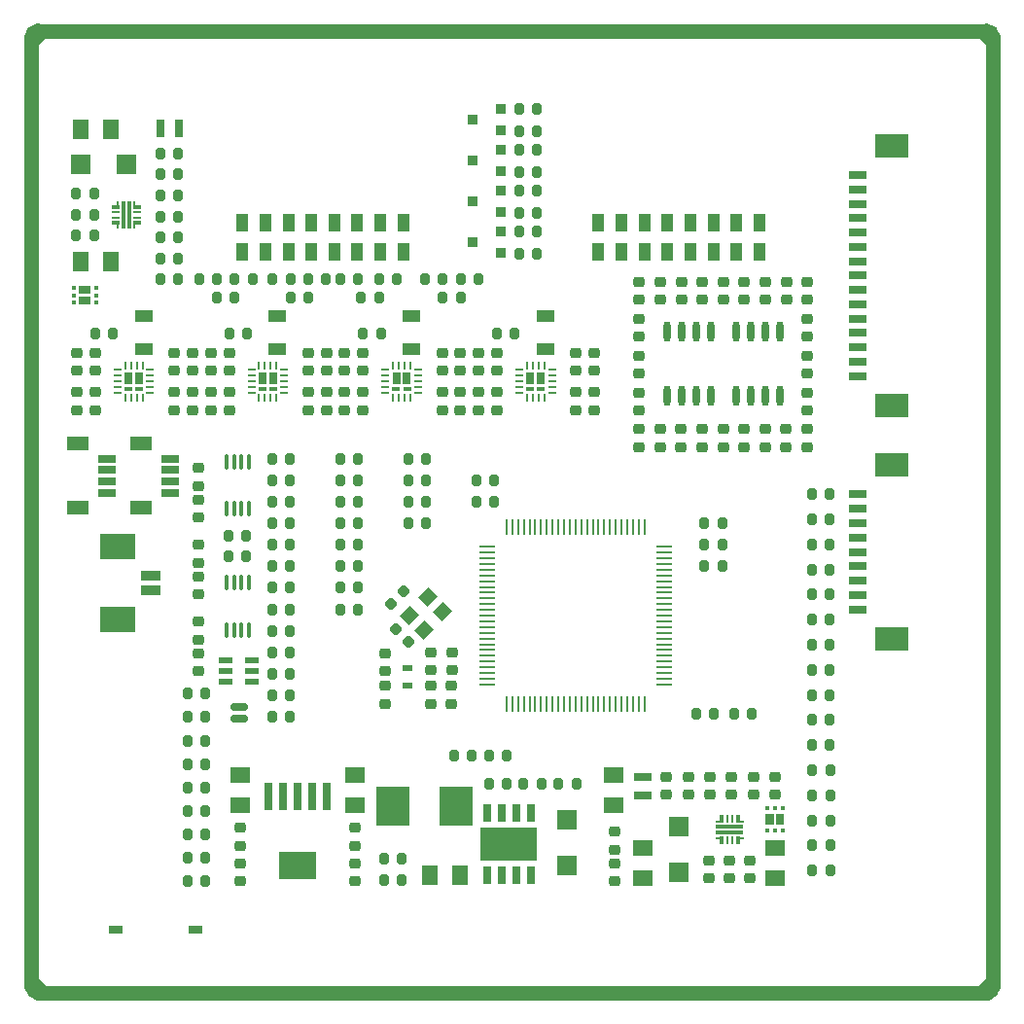
<source format=gtp>
G04*
G04 #@! TF.GenerationSoftware,Altium Limited,Altium Designer,24.1.2 (44)*
G04*
G04 Layer_Color=8421504*
%FSLAX44Y44*%
%MOMM*%
G71*
G04*
G04 #@! TF.SameCoordinates,89FD491B-927F-4867-851F-A5E68215B016*
G04*
G04*
G04 #@! TF.FilePolarity,Positive*
G04*
G01*
G75*
%ADD23C,1.2300*%
G04:AMPARAMS|DCode=24|XSize=1.4697mm|YSize=0.6mm|CornerRadius=0.15mm|HoleSize=0mm|Usage=FLASHONLY|Rotation=180.000|XOffset=0mm|YOffset=0mm|HoleType=Round|Shape=RoundedRectangle|*
%AMROUNDEDRECTD24*
21,1,1.4697,0.3000,0,0,180.0*
21,1,1.1697,0.6000,0,0,180.0*
1,1,0.3000,-0.5849,0.1500*
1,1,0.3000,0.5849,0.1500*
1,1,0.3000,0.5849,-0.1500*
1,1,0.3000,-0.5849,-0.1500*
%
%ADD24ROUNDEDRECTD24*%
G04:AMPARAMS|DCode=25|XSize=1.55mm|YSize=0.6mm|CornerRadius=0.03mm|HoleSize=0mm|Usage=FLASHONLY|Rotation=270.000|XOffset=0mm|YOffset=0mm|HoleType=Round|Shape=RoundedRectangle|*
%AMROUNDEDRECTD25*
21,1,1.5500,0.5400,0,0,270.0*
21,1,1.4900,0.6000,0,0,270.0*
1,1,0.0600,-0.2700,-0.7450*
1,1,0.0600,-0.2700,0.7450*
1,1,0.0600,0.2700,0.7450*
1,1,0.0600,0.2700,-0.7450*
%
%ADD25ROUNDEDRECTD25*%
%ADD26R,4.9000X2.9500*%
%ADD27R,3.0000X2.1000*%
%ADD28R,1.6000X0.8000*%
%ADD29R,0.9500X0.9000*%
G04:AMPARAMS|DCode=30|XSize=1.1mm|YSize=1.3mm|CornerRadius=0mm|HoleSize=0mm|Usage=FLASHONLY|Rotation=135.000|XOffset=0mm|YOffset=0mm|HoleType=Round|Shape=Rectangle|*
%AMROTATEDRECTD30*
4,1,4,0.8485,0.0707,-0.0707,-0.8485,-0.8485,-0.0707,0.0707,0.8485,0.8485,0.0707,0.0*
%
%ADD30ROTATEDRECTD30*%

%ADD31R,1.5000X1.0000*%
%ADD32R,1.8000X1.4000*%
%ADD33R,1.4000X1.8000*%
G04:AMPARAMS|DCode=34|XSize=0.95mm|YSize=0.85mm|CornerRadius=0.2125mm|HoleSize=0mm|Usage=FLASHONLY|Rotation=180.000|XOffset=0mm|YOffset=0mm|HoleType=Round|Shape=RoundedRectangle|*
%AMROUNDEDRECTD34*
21,1,0.9500,0.4250,0,0,180.0*
21,1,0.5250,0.8500,0,0,180.0*
1,1,0.4250,-0.2625,0.2125*
1,1,0.4250,0.2625,0.2125*
1,1,0.4250,0.2625,-0.2125*
1,1,0.4250,-0.2625,-0.2125*
%
%ADD34ROUNDEDRECTD34*%
G04:AMPARAMS|DCode=35|XSize=0.95mm|YSize=0.85mm|CornerRadius=0.2125mm|HoleSize=0mm|Usage=FLASHONLY|Rotation=90.000|XOffset=0mm|YOffset=0mm|HoleType=Round|Shape=RoundedRectangle|*
%AMROUNDEDRECTD35*
21,1,0.9500,0.4250,0,0,90.0*
21,1,0.5250,0.8500,0,0,90.0*
1,1,0.4250,0.2125,0.2625*
1,1,0.4250,0.2125,-0.2625*
1,1,0.4250,-0.2125,-0.2625*
1,1,0.4250,-0.2125,0.2625*
%
%ADD35ROUNDEDRECTD35*%
G04:AMPARAMS|DCode=36|XSize=0.95mm|YSize=0.85mm|CornerRadius=0.2125mm|HoleSize=0mm|Usage=FLASHONLY|Rotation=315.000|XOffset=0mm|YOffset=0mm|HoleType=Round|Shape=RoundedRectangle|*
%AMROUNDEDRECTD36*
21,1,0.9500,0.4250,0,0,315.0*
21,1,0.5250,0.8500,0,0,315.0*
1,1,0.4250,0.0354,-0.3359*
1,1,0.4250,-0.3359,0.0354*
1,1,0.4250,-0.0354,0.3359*
1,1,0.4250,0.3359,-0.0354*
%
%ADD36ROUNDEDRECTD36*%
G04:AMPARAMS|DCode=37|XSize=0.95mm|YSize=0.85mm|CornerRadius=0.2125mm|HoleSize=0mm|Usage=FLASHONLY|Rotation=45.000|XOffset=0mm|YOffset=0mm|HoleType=Round|Shape=RoundedRectangle|*
%AMROUNDEDRECTD37*
21,1,0.9500,0.4250,0,0,45.0*
21,1,0.5250,0.8500,0,0,45.0*
1,1,0.4250,0.3359,0.0354*
1,1,0.4250,-0.0354,-0.3359*
1,1,0.4250,-0.3359,-0.0354*
1,1,0.4250,0.0354,0.3359*
%
%ADD37ROUNDEDRECTD37*%
%ADD38R,1.9050X1.2954*%
%ADD39R,1.5494X0.6604*%
%ADD40R,1.8000X1.8000*%
%ADD41R,1.8000X1.8000*%
%ADD42R,1.2000X0.6000*%
%ADD43R,1.0000X1.5000*%
%ADD44R,1.4732X0.2794*%
%ADD45R,0.2794X1.4732*%
%ADD46R,0.2500X0.6500*%
%ADD47R,0.3000X0.6500*%
%ADD48R,0.6500X0.2500*%
%ADD49R,2.4000X0.3000*%
%ADD50R,0.6500X0.3000*%
%ADD51R,0.3000X2.4000*%
%ADD52R,0.9000X0.6000*%
%ADD53R,1.7018X0.8128*%
%ADD54R,3.0988X2.2098*%
%ADD55R,0.3000X0.4500*%
%ADD56R,0.4500X0.3000*%
%ADD57R,2.9500X3.5000*%
%ADD58R,1.5000X0.7000*%
%ADD59R,1.5000X0.8000*%
%ADD60R,0.7000X1.5000*%
%ADD61R,0.8000X1.5000*%
%ADD62O,0.3500X1.4000*%
%ADD63R,0.6500X0.3000*%
%ADD64R,0.7000X1.0000*%
%ADD65R,0.6500X0.2286*%
%ADD66O,0.6000X1.8000*%
%ADD67R,1.2000X0.8000*%
G04:AMPARAMS|DCode=68|XSize=0.7mm|YSize=2.4mm|CornerRadius=0.049mm|HoleSize=0mm|Usage=FLASHONLY|Rotation=0.000|XOffset=0mm|YOffset=0mm|HoleType=Round|Shape=RoundedRectangle|*
%AMROUNDEDRECTD68*
21,1,0.7000,2.3020,0,0,0.0*
21,1,0.6020,2.4000,0,0,0.0*
1,1,0.0980,0.3010,-1.1510*
1,1,0.0980,-0.3010,-1.1510*
1,1,0.0980,-0.3010,1.1510*
1,1,0.0980,0.3010,1.1510*
%
%ADD68ROUNDEDRECTD68*%
G04:AMPARAMS|DCode=69|XSize=3.2mm|YSize=2.4mm|CornerRadius=0.048mm|HoleSize=0mm|Usage=FLASHONLY|Rotation=0.000|XOffset=0mm|YOffset=0mm|HoleType=Round|Shape=RoundedRectangle|*
%AMROUNDEDRECTD69*
21,1,3.2000,2.3040,0,0,0.0*
21,1,3.1040,2.4000,0,0,0.0*
1,1,0.0960,1.5520,-1.1520*
1,1,0.0960,-1.5520,-1.1520*
1,1,0.0960,-1.5520,1.1520*
1,1,0.0960,1.5520,1.1520*
%
%ADD69ROUNDEDRECTD69*%
G36*
X837997Y837997D02*
X837984Y830638D01*
X837837D01*
X830440Y838035D01*
X837959D01*
X837997Y837997D01*
D02*
G37*
G36*
X19362Y837984D02*
Y837837D01*
X11965Y830440D01*
Y837959D01*
X12003Y837997D01*
X19362Y837984D01*
D02*
G37*
G36*
X57484Y621488D02*
X57576Y621460D01*
X57661Y621415D01*
X57735Y621354D01*
X57796Y621279D01*
X57841Y621195D01*
X57869Y621103D01*
X57878Y621007D01*
Y614987D01*
X57869Y614892D01*
X57841Y614800D01*
X57796Y614715D01*
X57735Y614641D01*
X57661Y614580D01*
X57576Y614534D01*
X57484Y614507D01*
X57388Y614497D01*
X48368D01*
X48273Y614507D01*
X48181Y614534D01*
X48096Y614580D01*
X48022Y614641D01*
X47961Y614715D01*
X47916Y614800D01*
X47888Y614892D01*
X47878Y614987D01*
Y621007D01*
X47888Y621103D01*
X47916Y621195D01*
X47961Y621279D01*
X48022Y621354D01*
X48096Y621415D01*
X48181Y621460D01*
X48273Y621488D01*
X48368Y621497D01*
X57388D01*
X57484Y621488D01*
D02*
G37*
G36*
Y612488D02*
X57576Y612460D01*
X57661Y612415D01*
X57735Y612354D01*
X57796Y612279D01*
X57841Y612195D01*
X57869Y612103D01*
X57878Y612007D01*
Y605987D01*
X57869Y605892D01*
X57841Y605800D01*
X57796Y605715D01*
X57735Y605641D01*
X57661Y605580D01*
X57576Y605535D01*
X57484Y605507D01*
X57388Y605497D01*
X48368D01*
X48273Y605507D01*
X48181Y605535D01*
X48096Y605580D01*
X48022Y605641D01*
X47961Y605715D01*
X47916Y605800D01*
X47888Y605892D01*
X47878Y605987D01*
Y612007D01*
X47888Y612103D01*
X47916Y612195D01*
X47961Y612279D01*
X48022Y612354D01*
X48096Y612415D01*
X48181Y612460D01*
X48273Y612488D01*
X48368Y612497D01*
X57388D01*
X57484Y612488D01*
D02*
G37*
G36*
X661242Y162227D02*
X661333Y162199D01*
X661418Y162154D01*
X661492Y162093D01*
X661553Y162019D01*
X661599Y161934D01*
X661627Y161842D01*
X661636Y161747D01*
Y152727D01*
X661627Y152631D01*
X661599Y152539D01*
X661553Y152455D01*
X661492Y152380D01*
X661418Y152319D01*
X661333Y152274D01*
X661242Y152246D01*
X661146Y152237D01*
X655126D01*
X655030Y152246D01*
X654938Y152274D01*
X654854Y152319D01*
X654779Y152380D01*
X654718Y152455D01*
X654673Y152539D01*
X654645Y152631D01*
X654636Y152727D01*
Y161747D01*
X654645Y161842D01*
X654673Y161934D01*
X654718Y162019D01*
X654779Y162093D01*
X654854Y162154D01*
X654938Y162199D01*
X655030Y162227D01*
X655126Y162237D01*
X661146D01*
X661242Y162227D01*
D02*
G37*
G36*
X652242D02*
X652333Y162199D01*
X652418Y162154D01*
X652492Y162093D01*
X652553Y162019D01*
X652599Y161934D01*
X652626Y161842D01*
X652636Y161747D01*
Y152727D01*
X652626Y152631D01*
X652599Y152539D01*
X652553Y152455D01*
X652492Y152380D01*
X652418Y152319D01*
X652333Y152274D01*
X652242Y152246D01*
X652146Y152237D01*
X646126D01*
X646030Y152246D01*
X645938Y152274D01*
X645854Y152319D01*
X645779Y152380D01*
X645719Y152455D01*
X645673Y152539D01*
X645645Y152631D01*
X645636Y152727D01*
Y161747D01*
X645645Y161842D01*
X645673Y161934D01*
X645719Y162019D01*
X645779Y162093D01*
X645854Y162154D01*
X645938Y162199D01*
X646030Y162227D01*
X646126Y162237D01*
X652146D01*
X652242Y162227D01*
D02*
G37*
G36*
X437625Y122578D02*
X406625D01*
Y148578D01*
X437625D01*
Y122578D01*
D02*
G37*
G36*
X838035Y12041D02*
X837997Y12003D01*
X830638Y12016D01*
Y12163D01*
X838035Y19560D01*
Y12041D01*
D02*
G37*
G36*
X19560Y11965D02*
X12041D01*
X12003Y12003D01*
X12016Y19362D01*
X12163D01*
X19560Y11965D01*
D02*
G37*
D23*
X843653Y837997D02*
G03*
X838020Y843646I-5650J0D01*
G01*
X838003Y6347D02*
G03*
X843653Y11984I0J5650D01*
G01*
X6353Y11997D02*
G03*
X11991Y6347I5650J0D01*
G01*
X12003Y843647D02*
G03*
X6353Y838009I0J-5650D01*
G01*
X843653Y706779D02*
Y837971D01*
X843653Y696779D02*
X843653Y706779D01*
X843653Y426780D02*
Y696779D01*
X843653Y416780D02*
X843653Y426780D01*
X843653Y156780D02*
Y416780D01*
X843653Y146780D02*
X843653Y156780D01*
X843653Y11997D02*
Y146780D01*
X700857Y6347D02*
X833882D01*
X690857Y6347D02*
X700857Y6347D01*
X430857Y6347D02*
X690857D01*
X706321Y843646D02*
X838003D01*
X696321Y843646D02*
X706321Y843646D01*
X426322Y843646D02*
X696321D01*
X416322Y843647D02*
X426322Y843646D01*
X156323Y843647D02*
X416322D01*
X146323Y843647D02*
X156323Y843647D01*
X12021Y843647D02*
X146323D01*
X420857Y6347D02*
X430857Y6347D01*
X140858Y6347D02*
X150858Y6347D01*
X420857D01*
X12003Y6347D02*
X140858D01*
X6353Y705502D02*
Y837997D01*
X6353Y695502D02*
X6353Y705502D01*
X6353Y425503D02*
Y695502D01*
X6353Y415503D02*
X6353Y425503D01*
X6353Y155503D02*
Y415503D01*
X6353Y145503D02*
X6353Y155503D01*
X6353Y12022D02*
Y145503D01*
X833882Y6347D02*
X837978D01*
D24*
X187002Y244922D02*
D03*
X186999Y255082D02*
D03*
D25*
X441175Y162578D02*
D03*
X428475D02*
D03*
X415775D02*
D03*
X403075D02*
D03*
Y108578D02*
D03*
X415775D02*
D03*
X428475D02*
D03*
X441175D02*
D03*
D26*
X422125Y135578D02*
D03*
D27*
X755000Y517600D02*
D03*
Y743600D02*
D03*
Y465500D02*
D03*
Y314500D02*
D03*
D28*
X726000Y718100D02*
D03*
Y705600D02*
D03*
Y693100D02*
D03*
Y680600D02*
D03*
Y668100D02*
D03*
Y655600D02*
D03*
Y643100D02*
D03*
Y630600D02*
D03*
Y618100D02*
D03*
Y605600D02*
D03*
Y593100D02*
D03*
Y580600D02*
D03*
Y568100D02*
D03*
Y555600D02*
D03*
Y543100D02*
D03*
Y340000D02*
D03*
Y352500D02*
D03*
Y365000D02*
D03*
Y377500D02*
D03*
Y390000D02*
D03*
Y402500D02*
D03*
Y415000D02*
D03*
Y427500D02*
D03*
Y440000D02*
D03*
D29*
X415084Y756818D02*
D03*
X390084Y766318D02*
D03*
X415084Y775818D02*
D03*
Y721258D02*
D03*
X390084Y730758D02*
D03*
X415084Y740258D02*
D03*
Y685698D02*
D03*
X390084Y695198D02*
D03*
X415084Y704698D02*
D03*
Y650138D02*
D03*
X390084Y659638D02*
D03*
X415084Y669138D02*
D03*
D30*
X335031Y334344D02*
D03*
X351294Y350608D02*
D03*
X364022Y337880D02*
D03*
X347758Y321616D02*
D03*
D31*
X104000Y566527D02*
D03*
Y594990D02*
D03*
X220568Y566527D02*
D03*
Y594990D02*
D03*
X337137Y566527D02*
D03*
Y594990D02*
D03*
X453705Y566527D02*
D03*
Y594990D02*
D03*
D32*
X653636Y106258D02*
D03*
Y132258D02*
D03*
X538808Y106258D02*
D03*
Y132258D02*
D03*
X513198Y195360D02*
D03*
Y169360D02*
D03*
X287616Y195595D02*
D03*
Y169596D02*
D03*
X187794Y195595D02*
D03*
Y169596D02*
D03*
D33*
X379060Y108576D02*
D03*
X353060D02*
D03*
X49144Y642448D02*
D03*
X75144D02*
D03*
X49461Y757548D02*
D03*
X75461D02*
D03*
D34*
X634762Y194091D02*
D03*
Y178591D02*
D03*
X653636Y178591D02*
D03*
Y194091D02*
D03*
X578141Y178591D02*
D03*
Y194091D02*
D03*
X559267Y194091D02*
D03*
Y178591D02*
D03*
X615888Y194091D02*
D03*
Y178591D02*
D03*
X613953Y105953D02*
D03*
Y121453D02*
D03*
X535419Y481200D02*
D03*
Y496700D02*
D03*
X553740Y624970D02*
D03*
Y609470D02*
D03*
X571998Y496700D02*
D03*
Y481200D02*
D03*
X608702Y609470D02*
D03*
Y624970D02*
D03*
X590381Y609470D02*
D03*
Y624970D02*
D03*
X553708Y496700D02*
D03*
Y481200D02*
D03*
X663445Y481200D02*
D03*
Y496700D02*
D03*
X681984Y624970D02*
D03*
Y609470D02*
D03*
X626866Y496700D02*
D03*
Y481200D02*
D03*
X645343Y609470D02*
D03*
Y624970D02*
D03*
X627022Y609470D02*
D03*
Y624970D02*
D03*
X645155Y496700D02*
D03*
Y481200D02*
D03*
X597015Y178591D02*
D03*
Y194091D02*
D03*
X596169Y121453D02*
D03*
Y105953D02*
D03*
X631487Y121453D02*
D03*
Y105953D02*
D03*
X514452Y146403D02*
D03*
Y130903D02*
D03*
Y118492D02*
D03*
Y102992D02*
D03*
X287614Y149606D02*
D03*
Y134106D02*
D03*
X187792Y149606D02*
D03*
Y134106D02*
D03*
X287614Y118492D02*
D03*
Y102992D02*
D03*
X187792Y118492D02*
D03*
Y102992D02*
D03*
X45778Y547585D02*
D03*
Y563085D02*
D03*
X146691Y547585D02*
D03*
Y563085D02*
D03*
X61780Y547585D02*
D03*
Y563085D02*
D03*
X130863Y547585D02*
D03*
Y563085D02*
D03*
X162520Y547585D02*
D03*
Y563085D02*
D03*
X263260Y547585D02*
D03*
Y563085D02*
D03*
X178349Y547585D02*
D03*
Y563085D02*
D03*
X247431Y547585D02*
D03*
Y563085D02*
D03*
X61780Y528903D02*
D03*
Y513402D02*
D03*
X178349Y528903D02*
D03*
Y513402D02*
D03*
X45778D02*
D03*
Y528903D02*
D03*
X162520Y513402D02*
D03*
Y528903D02*
D03*
X146691D02*
D03*
Y513402D02*
D03*
X263260Y528903D02*
D03*
Y513402D02*
D03*
X130863Y528903D02*
D03*
Y513402D02*
D03*
X247431Y528903D02*
D03*
Y513402D02*
D03*
X279088Y547585D02*
D03*
Y563085D02*
D03*
X379828Y547585D02*
D03*
Y563085D02*
D03*
X294917Y547585D02*
D03*
Y563085D02*
D03*
X363999Y547585D02*
D03*
Y563085D02*
D03*
X395657Y547585D02*
D03*
Y563085D02*
D03*
X496316Y547585D02*
D03*
Y563085D02*
D03*
X411486Y547585D02*
D03*
Y563085D02*
D03*
X480568Y547585D02*
D03*
Y563085D02*
D03*
X294917Y528903D02*
D03*
Y513402D02*
D03*
X411486Y528903D02*
D03*
Y513402D02*
D03*
X279088D02*
D03*
Y528903D02*
D03*
X395657Y513402D02*
D03*
Y528903D02*
D03*
X496316D02*
D03*
Y513402D02*
D03*
X379828Y528903D02*
D03*
Y513402D02*
D03*
X363999Y528903D02*
D03*
Y513402D02*
D03*
X480568Y528903D02*
D03*
Y513402D02*
D03*
X535544Y577402D02*
D03*
Y592902D02*
D03*
X535544Y560835D02*
D03*
Y545335D02*
D03*
X535544Y609470D02*
D03*
Y624970D02*
D03*
X535544Y528768D02*
D03*
Y513268D02*
D03*
X590412Y496700D02*
D03*
Y481200D02*
D03*
X572185Y609470D02*
D03*
Y624970D02*
D03*
X681860Y545335D02*
D03*
Y560835D02*
D03*
X681860Y528768D02*
D03*
Y513268D02*
D03*
X681860Y577402D02*
D03*
Y592902D02*
D03*
X681860Y496700D02*
D03*
Y481200D02*
D03*
X608702Y496700D02*
D03*
Y481200D02*
D03*
X663789Y609470D02*
D03*
Y624970D02*
D03*
X151311Y462930D02*
D03*
Y447430D02*
D03*
Y395993D02*
D03*
Y380493D02*
D03*
Y435461D02*
D03*
Y419961D02*
D03*
Y368524D02*
D03*
Y353024D02*
D03*
X151943Y329055D02*
D03*
Y313555D02*
D03*
Y301586D02*
D03*
Y286087D02*
D03*
X353822Y302250D02*
D03*
Y286750D02*
D03*
X372364Y302250D02*
D03*
Y286750D02*
D03*
X314452Y257674D02*
D03*
Y273174D02*
D03*
X353822D02*
D03*
Y257674D02*
D03*
X372110Y273174D02*
D03*
Y257674D02*
D03*
X314452Y286122D02*
D03*
Y301622D02*
D03*
D35*
X701750Y134342D02*
D03*
X686250D02*
D03*
X434830Y188458D02*
D03*
X450330D02*
D03*
X404485D02*
D03*
X419985D02*
D03*
X118726Y682041D02*
D03*
X134226D02*
D03*
X118726Y645433D02*
D03*
X134226D02*
D03*
X118726Y718649D02*
D03*
X134226D02*
D03*
X134226Y736953D02*
D03*
X118726D02*
D03*
X134226Y627130D02*
D03*
X118726D02*
D03*
X134226Y663737D02*
D03*
X118726D02*
D03*
X45204Y683373D02*
D03*
X60704D02*
D03*
X275280Y414875D02*
D03*
X290780D02*
D03*
X275280Y433755D02*
D03*
X290780D02*
D03*
X275280Y396265D02*
D03*
X290780D02*
D03*
X275280Y377520D02*
D03*
X290780D02*
D03*
X275280Y452500D02*
D03*
X290780D02*
D03*
X275280Y358775D02*
D03*
X290780D02*
D03*
X275280Y340030D02*
D03*
X290780D02*
D03*
X393750Y452500D02*
D03*
X409250D02*
D03*
X430924Y756564D02*
D03*
X446424D02*
D03*
X430924Y721004D02*
D03*
X446424D02*
D03*
X430924Y685444D02*
D03*
X446424D02*
D03*
X430924Y649884D02*
D03*
X446424D02*
D03*
X430924Y775564D02*
D03*
X446424D02*
D03*
X430924Y740004D02*
D03*
X446424D02*
D03*
X430924Y704444D02*
D03*
X446424D02*
D03*
X430924Y668884D02*
D03*
X446424D02*
D03*
X193170Y403860D02*
D03*
X177670D02*
D03*
X193170Y386493D02*
D03*
X177670D02*
D03*
X216131Y433671D02*
D03*
X231631D02*
D03*
X216131Y414926D02*
D03*
X231631D02*
D03*
X216131Y377436D02*
D03*
X231631D02*
D03*
X216131Y396181D02*
D03*
X231631D02*
D03*
X216131Y452417D02*
D03*
X231631D02*
D03*
X216131Y321201D02*
D03*
X231631D02*
D03*
X231631Y471162D02*
D03*
X216131D02*
D03*
X216131Y302456D02*
D03*
X231631D02*
D03*
X216131Y358691D02*
D03*
X231631D02*
D03*
X231631Y339946D02*
D03*
X216131D02*
D03*
X231631Y283711D02*
D03*
X216131D02*
D03*
X231631Y264966D02*
D03*
X216131D02*
D03*
X231631Y246221D02*
D03*
X216131D02*
D03*
X157610D02*
D03*
X142110D02*
D03*
X157610Y266700D02*
D03*
X142110D02*
D03*
X157610Y123346D02*
D03*
X142110D02*
D03*
X142110Y164304D02*
D03*
X157610D02*
D03*
X142110Y143825D02*
D03*
X157610D02*
D03*
X142110Y225742D02*
D03*
X157610D02*
D03*
X142110Y205263D02*
D03*
X157610D02*
D03*
X142110Y184783D02*
D03*
X157610D02*
D03*
X349928Y415010D02*
D03*
X334428D02*
D03*
X349928Y433755D02*
D03*
X334428D02*
D03*
X349928Y452500D02*
D03*
X334428D02*
D03*
X349928Y471245D02*
D03*
X334428D02*
D03*
X686250Y156185D02*
D03*
X701750D02*
D03*
X701345Y221712D02*
D03*
X685845D02*
D03*
X686250Y178027D02*
D03*
X701750D02*
D03*
X701750Y112500D02*
D03*
X686250D02*
D03*
X686250Y199870D02*
D03*
X701750D02*
D03*
X701345Y287240D02*
D03*
X685845D02*
D03*
X685845Y243555D02*
D03*
X701345D02*
D03*
X685845Y265397D02*
D03*
X701345D02*
D03*
X685845Y309083D02*
D03*
X701345D02*
D03*
X685845Y330925D02*
D03*
X701345D02*
D03*
X685845Y352767D02*
D03*
X701345D02*
D03*
X685845Y374610D02*
D03*
X701345D02*
D03*
X685845Y396452D02*
D03*
X701345D02*
D03*
X685845Y418295D02*
D03*
X701345D02*
D03*
X118726Y700345D02*
D03*
X134226D02*
D03*
X275280Y471245D02*
D03*
X290780D02*
D03*
X685845Y440137D02*
D03*
X701345D02*
D03*
X465175Y188458D02*
D03*
X480675D02*
D03*
X328965Y122500D02*
D03*
X313465D02*
D03*
X313138Y104117D02*
D03*
X328638D02*
D03*
X60836Y701802D02*
D03*
X45336D02*
D03*
X60704Y665194D02*
D03*
X45204D02*
D03*
X77546Y580255D02*
D03*
X62046D02*
D03*
X167762Y627122D02*
D03*
X152262D02*
D03*
X194115Y580255D02*
D03*
X178615D02*
D03*
X231903Y627122D02*
D03*
X216403D02*
D03*
X231903Y611124D02*
D03*
X247403D02*
D03*
X167762D02*
D03*
X183262D02*
D03*
Y627122D02*
D03*
X198762D02*
D03*
X247403D02*
D03*
X262903D02*
D03*
X310683Y580255D02*
D03*
X295183D02*
D03*
X275308Y627122D02*
D03*
X290808D02*
D03*
X427252Y580255D02*
D03*
X411752D02*
D03*
X364467Y627122D02*
D03*
X348967D02*
D03*
X293359Y611124D02*
D03*
X308859D02*
D03*
X364467D02*
D03*
X379967D02*
D03*
X308859Y627122D02*
D03*
X324359D02*
D03*
X379967D02*
D03*
X395467D02*
D03*
X592250Y415000D02*
D03*
X607750D02*
D03*
X393576Y433755D02*
D03*
X409076D02*
D03*
X607750Y396322D02*
D03*
X592250D02*
D03*
X584750Y248970D02*
D03*
X600250D02*
D03*
X419985Y212500D02*
D03*
X404485D02*
D03*
X618039Y248970D02*
D03*
X633539D02*
D03*
X389993Y212500D02*
D03*
X374493D02*
D03*
X157610Y102992D02*
D03*
X142110D02*
D03*
X592250Y377645D02*
D03*
X607750D02*
D03*
D36*
X319247Y344932D02*
D03*
X330207Y355892D02*
D03*
D37*
X334296Y311537D02*
D03*
X323336Y322497D02*
D03*
D38*
X101682Y484180D02*
D03*
Y428180D02*
D03*
X46412Y484180D02*
D03*
Y428180D02*
D03*
D39*
X127482Y471180D02*
D03*
Y461180D02*
D03*
Y451180D02*
D03*
Y441180D02*
D03*
X72212Y471180D02*
D03*
Y461180D02*
D03*
Y451180D02*
D03*
Y441180D02*
D03*
D40*
X570255Y150962D02*
D03*
Y110962D02*
D03*
X472159Y117101D02*
D03*
Y157102D02*
D03*
D41*
X89342Y727453D02*
D03*
X49342D02*
D03*
D42*
X175315Y295586D02*
D03*
Y286086D02*
D03*
Y276586D02*
D03*
X198315D02*
D03*
Y286086D02*
D03*
Y295586D02*
D03*
D43*
X190000Y651500D02*
D03*
Y676500D02*
D03*
X210000Y651500D02*
D03*
Y676500D02*
D03*
X230000Y651500D02*
D03*
Y676500D02*
D03*
X250000Y651500D02*
D03*
Y676500D02*
D03*
X270000Y651500D02*
D03*
Y676500D02*
D03*
X290000Y651500D02*
D03*
Y676500D02*
D03*
X310000Y651500D02*
D03*
Y676500D02*
D03*
X330000Y651500D02*
D03*
Y676500D02*
D03*
X500000Y651500D02*
D03*
Y676500D02*
D03*
X520000Y651500D02*
D03*
Y676500D02*
D03*
X540000Y651500D02*
D03*
Y676500D02*
D03*
X560000Y651500D02*
D03*
Y676500D02*
D03*
X580000Y651500D02*
D03*
Y676500D02*
D03*
X600000Y651500D02*
D03*
Y676500D02*
D03*
X620000Y651500D02*
D03*
Y676500D02*
D03*
X640000Y651500D02*
D03*
Y676500D02*
D03*
D44*
X402784Y394500D02*
D03*
Y389500D02*
D03*
Y384500D02*
D03*
Y379500D02*
D03*
Y374500D02*
D03*
Y369500D02*
D03*
Y364500D02*
D03*
Y359500D02*
D03*
Y354500D02*
D03*
Y349500D02*
D03*
Y344500D02*
D03*
Y339500D02*
D03*
Y334500D02*
D03*
Y329500D02*
D03*
Y324500D02*
D03*
Y319500D02*
D03*
Y314500D02*
D03*
Y309500D02*
D03*
Y304500D02*
D03*
Y299500D02*
D03*
Y294500D02*
D03*
Y289500D02*
D03*
Y284500D02*
D03*
Y279500D02*
D03*
Y274500D02*
D03*
X557216D02*
D03*
Y279500D02*
D03*
Y284500D02*
D03*
Y289500D02*
D03*
Y294500D02*
D03*
Y299500D02*
D03*
Y304500D02*
D03*
Y309500D02*
D03*
Y314500D02*
D03*
Y319500D02*
D03*
Y324500D02*
D03*
Y329500D02*
D03*
Y334500D02*
D03*
Y339500D02*
D03*
Y344500D02*
D03*
Y349500D02*
D03*
Y354500D02*
D03*
Y359500D02*
D03*
Y364500D02*
D03*
Y369500D02*
D03*
Y374500D02*
D03*
Y379500D02*
D03*
Y384500D02*
D03*
Y389500D02*
D03*
Y394500D02*
D03*
D45*
X420000Y257284D02*
D03*
X425000D02*
D03*
X430000D02*
D03*
X435000D02*
D03*
X440000D02*
D03*
X445000D02*
D03*
X450000D02*
D03*
X455000D02*
D03*
X460000D02*
D03*
X465000D02*
D03*
X470000D02*
D03*
X475000D02*
D03*
X480000D02*
D03*
X485000D02*
D03*
X490000D02*
D03*
X495000D02*
D03*
X500000D02*
D03*
X505000D02*
D03*
X510000D02*
D03*
X515000D02*
D03*
X520000D02*
D03*
X525000D02*
D03*
X530000D02*
D03*
X535000D02*
D03*
X540000D02*
D03*
Y411716D02*
D03*
X535000D02*
D03*
X530000D02*
D03*
X525000D02*
D03*
X520000D02*
D03*
X515000D02*
D03*
X510000D02*
D03*
X505000D02*
D03*
X500000D02*
D03*
X495000D02*
D03*
X490000D02*
D03*
X485000D02*
D03*
X480000D02*
D03*
X475000D02*
D03*
X470000D02*
D03*
X465000D02*
D03*
X460000D02*
D03*
X455000D02*
D03*
X450000D02*
D03*
X445000D02*
D03*
X440000D02*
D03*
X435000D02*
D03*
X430000D02*
D03*
X425000D02*
D03*
X420000D02*
D03*
D46*
X616447Y157187D02*
D03*
X611955Y157217D02*
D03*
X616447Y138717D02*
D03*
X611955D02*
D03*
X96169Y674510D02*
D03*
X81699D02*
D03*
X81699Y692010D02*
D03*
X96199D02*
D03*
X88001Y552437D02*
D03*
Y524237D02*
D03*
X93001D02*
D03*
X98001D02*
D03*
X103001D02*
D03*
X93001Y552437D02*
D03*
X98001D02*
D03*
X103001D02*
D03*
X204570D02*
D03*
Y524237D02*
D03*
X209570D02*
D03*
X214570D02*
D03*
X219570D02*
D03*
X209570Y552437D02*
D03*
X214570D02*
D03*
X219570D02*
D03*
X321138D02*
D03*
Y524237D02*
D03*
X326138D02*
D03*
X331138D02*
D03*
X336138D02*
D03*
X326138Y552437D02*
D03*
X331138D02*
D03*
X336138D02*
D03*
X437707D02*
D03*
Y524237D02*
D03*
X442707D02*
D03*
X447707D02*
D03*
X452707D02*
D03*
X442707Y552437D02*
D03*
X447707D02*
D03*
X452707D02*
D03*
D47*
X621203Y157188D02*
D03*
X607203Y138717D02*
D03*
Y157217D02*
D03*
X621203Y138717D02*
D03*
D48*
X622953Y155188D02*
D03*
Y140717D02*
D03*
X605453Y140717D02*
D03*
Y155217D02*
D03*
X98169Y681016D02*
D03*
X98199Y685508D02*
D03*
X79699Y681016D02*
D03*
Y685508D02*
D03*
X81251Y528337D02*
D03*
Y533337D02*
D03*
Y543337D02*
D03*
Y548337D02*
D03*
X109752D02*
D03*
Y543337D02*
D03*
Y538337D02*
D03*
Y533337D02*
D03*
Y528337D02*
D03*
X197820D02*
D03*
Y533337D02*
D03*
Y543337D02*
D03*
Y548337D02*
D03*
X226320D02*
D03*
Y543337D02*
D03*
Y538337D02*
D03*
Y533337D02*
D03*
Y528337D02*
D03*
X314389D02*
D03*
Y533337D02*
D03*
Y543337D02*
D03*
Y548337D02*
D03*
X342888D02*
D03*
Y543337D02*
D03*
Y538337D02*
D03*
Y533337D02*
D03*
Y528337D02*
D03*
X430957D02*
D03*
Y533337D02*
D03*
Y543337D02*
D03*
Y548337D02*
D03*
X459457D02*
D03*
Y543337D02*
D03*
Y538337D02*
D03*
Y533337D02*
D03*
Y528337D02*
D03*
D49*
X614214Y145458D02*
D03*
X614203Y150458D02*
D03*
D50*
X98169Y676260D02*
D03*
X79699Y690260D02*
D03*
X98199D02*
D03*
X79699Y676260D02*
D03*
D51*
X86440Y683249D02*
D03*
X91440Y683260D02*
D03*
D52*
X334010Y289172D02*
D03*
Y273172D02*
D03*
D53*
X110325Y369470D02*
D03*
Y356970D02*
D03*
D54*
X81325Y394970D02*
D03*
Y331470D02*
D03*
D55*
X660136Y147487D02*
D03*
X653636D02*
D03*
X647136D02*
D03*
Y166987D02*
D03*
X653636D02*
D03*
X660136D02*
D03*
D56*
X62628Y619997D02*
D03*
Y613497D02*
D03*
Y606997D02*
D03*
X43128D02*
D03*
Y613497D02*
D03*
Y619997D02*
D03*
D57*
X321215Y168676D02*
D03*
X375715D02*
D03*
D58*
X538230Y177699D02*
D03*
D59*
Y193699D02*
D03*
D60*
X118675Y758807D02*
D03*
D61*
X134675D02*
D03*
D62*
X195806Y468524D02*
D03*
X189306D02*
D03*
X182806D02*
D03*
X176306D02*
D03*
X195806Y427524D02*
D03*
X189306D02*
D03*
X182806D02*
D03*
X176306D02*
D03*
X195806Y362999D02*
D03*
X189306D02*
D03*
X182806D02*
D03*
X176306D02*
D03*
X195806Y321999D02*
D03*
X189306D02*
D03*
X182806D02*
D03*
X176306D02*
D03*
D63*
X90752Y531834D02*
D03*
X100252D02*
D03*
X207320D02*
D03*
X216820D02*
D03*
X323889D02*
D03*
X333388D02*
D03*
X440457D02*
D03*
X449957D02*
D03*
D64*
X91002Y541337D02*
D03*
X100001D02*
D03*
X207570D02*
D03*
X216570D02*
D03*
X324138D02*
D03*
X333139D02*
D03*
X440707D02*
D03*
X449707D02*
D03*
D65*
X81251Y538337D02*
D03*
X197820D02*
D03*
X314389D02*
D03*
X430957D02*
D03*
D66*
X598170Y582065D02*
D03*
X585470D02*
D03*
X572770D02*
D03*
X560070D02*
D03*
X598170Y525565D02*
D03*
X585470D02*
D03*
X572770D02*
D03*
X560070D02*
D03*
X619760Y525565D02*
D03*
X632460D02*
D03*
X645160D02*
D03*
X657860D02*
D03*
X619760Y582065D02*
D03*
X632460D02*
D03*
X645160D02*
D03*
X657860D02*
D03*
D67*
X149300Y60960D02*
D03*
X79300D02*
D03*
D68*
X263228Y177182D02*
D03*
X250528D02*
D03*
X237828D02*
D03*
X225128D02*
D03*
X212428D02*
D03*
D69*
X237828Y116682D02*
D03*
M02*

</source>
